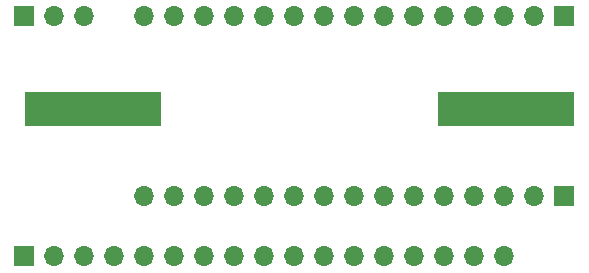
<source format=gbr>
G04 #@! TF.GenerationSoftware,KiCad,Pcbnew,5.1.5+dfsg1-2build2*
G04 #@! TF.CreationDate,2021-06-04T03:42:04+02:00*
G04 #@! TF.ProjectId,circuit8,63697263-7569-4743-982e-6b696361645f,rev?*
G04 #@! TF.SameCoordinates,Original*
G04 #@! TF.FileFunction,Soldermask,Bot*
G04 #@! TF.FilePolarity,Negative*
%FSLAX46Y46*%
G04 Gerber Fmt 4.6, Leading zero omitted, Abs format (unit mm)*
G04 Created by KiCad (PCBNEW 5.1.5+dfsg1-2build2) date 2021-06-04 03:42:04*
%MOMM*%
%LPD*%
G04 APERTURE LIST*
%ADD10R,6.000000X3.000000*%
%ADD11O,1.700000X1.700000*%
%ADD12R,1.700000X1.700000*%
G04 APERTURE END LIST*
D10*
X28432000Y-33274000D03*
X69032000Y-33274000D03*
X34032000Y-33274000D03*
X63432000Y-33274000D03*
D11*
X35560000Y-25400000D03*
X38100000Y-25400000D03*
X40640000Y-25400000D03*
X43180000Y-25400000D03*
X45720000Y-25400000D03*
X48260000Y-25400000D03*
X50800000Y-25400000D03*
X53340000Y-25400000D03*
X55880000Y-25400000D03*
X58420000Y-25400000D03*
X60960000Y-25400000D03*
X63500000Y-25400000D03*
X66040000Y-25400000D03*
X68580000Y-25400000D03*
D12*
X71120000Y-25400000D03*
X71120000Y-40640000D03*
D11*
X68580000Y-40640000D03*
X66040000Y-40640000D03*
X63500000Y-40640000D03*
X60960000Y-40640000D03*
X58420000Y-40640000D03*
X55880000Y-40640000D03*
X53340000Y-40640000D03*
X50800000Y-40640000D03*
X48260000Y-40640000D03*
X45720000Y-40640000D03*
X43180000Y-40640000D03*
X40640000Y-40640000D03*
X38100000Y-40640000D03*
X35560000Y-40640000D03*
D12*
X25400000Y-45720000D03*
D11*
X27940000Y-45720000D03*
X30480000Y-45720000D03*
X33020000Y-45720000D03*
X35560000Y-45720000D03*
X38100000Y-45720000D03*
X40640000Y-45720000D03*
X43180000Y-45720000D03*
X45720000Y-45720000D03*
X48260000Y-45720000D03*
X50800000Y-45720000D03*
X53340000Y-45720000D03*
X55880000Y-45720000D03*
X58420000Y-45720000D03*
X60960000Y-45720000D03*
X63500000Y-45720000D03*
X66040000Y-45720000D03*
D12*
X25400000Y-25400000D03*
D11*
X27940000Y-25400000D03*
X30480000Y-25400000D03*
M02*

</source>
